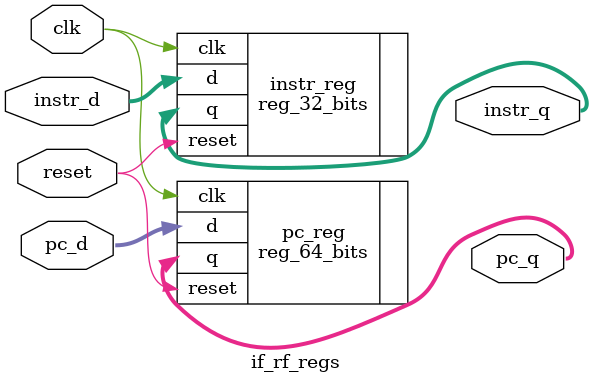
<source format=sv>
`timescale 1ns/10ps

module if_rf_regs (
    input logic clk,
    input logic reset,
    
    input logic [31:0] instr_d,
    input logic [63:0] pc_d,
    

    output logic [31:0] instr_q,
    output logic [63:0] pc_q

);

    reg_64_bits pc_reg (
        .q      (pc_q),
        .d      (pc_d),
        .reset  (reset),
        .clk    (clk)
    );

    

    reg_32_bits instr_reg (
        .q      (instr_q),
        .d      (instr_d),
        .reset  (reset),
        .clk    (clk)
    );

    

endmodule
</source>
